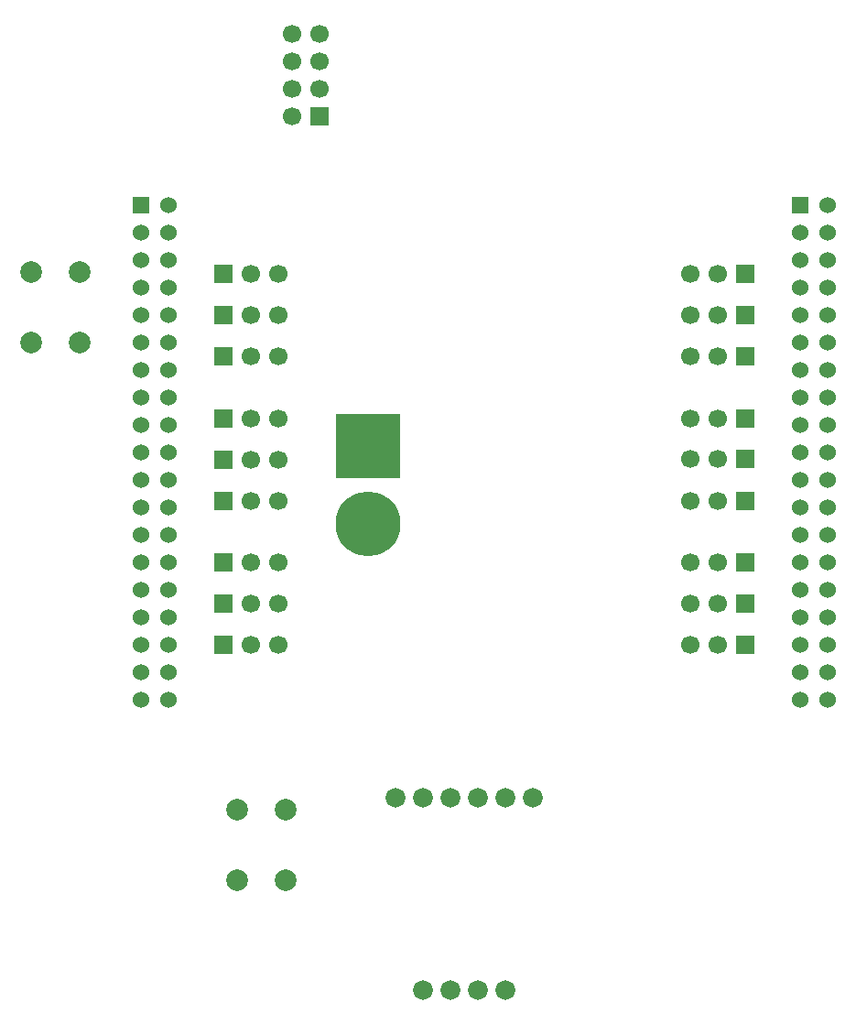
<source format=gbr>
%TF.GenerationSoftware,KiCad,Pcbnew,9.0.2*%
%TF.CreationDate,2025-07-18T09:27:23+08:00*%
%TF.ProjectId,Pathfinder,50617468-6669-46e6-9465-722e6b696361,rev?*%
%TF.SameCoordinates,Original*%
%TF.FileFunction,Copper,L3,Inr*%
%TF.FilePolarity,Positive*%
%FSLAX46Y46*%
G04 Gerber Fmt 4.6, Leading zero omitted, Abs format (unit mm)*
G04 Created by KiCad (PCBNEW 9.0.2) date 2025-07-18 09:27:23*
%MOMM*%
%LPD*%
G01*
G04 APERTURE LIST*
%TA.AperFunction,ComponentPad*%
%ADD10R,1.530000X1.530000*%
%TD*%
%TA.AperFunction,ComponentPad*%
%ADD11C,1.530000*%
%TD*%
%TA.AperFunction,ComponentPad*%
%ADD12C,2.000000*%
%TD*%
%TA.AperFunction,ComponentPad*%
%ADD13R,1.700000X1.700000*%
%TD*%
%TA.AperFunction,ComponentPad*%
%ADD14C,1.700000*%
%TD*%
%TA.AperFunction,ComponentPad*%
%ADD15C,6.000000*%
%TD*%
%TA.AperFunction,ComponentPad*%
%ADD16R,6.000000X6.000000*%
%TD*%
%TA.AperFunction,ComponentPad*%
%ADD17C,1.829000*%
%TD*%
G04 APERTURE END LIST*
D10*
%TO.N,/SCK*%
%TO.C,U1*%
X118745000Y-81915000D03*
D11*
%TO.N,/MISO*%
X121285000Y-81915000D03*
%TO.N,/MOSI*%
X118745000Y-84455000D03*
%TO.N,/CSN*%
X121285000Y-84455000D03*
%TO.N,unconnected-(U1A-VDD-PadCN7_5)*%
X118745000Y-86995000D03*
%TO.N,unconnected-(U1A-E5V-PadCN7_6)*%
X121285000Y-86995000D03*
%TO.N,unconnected-(U1A-BOOT0-PadCN7_7)*%
X118745000Y-89535000D03*
%TO.N,GND*%
X121285000Y-89535000D03*
%TO.N,N/C*%
X118745000Y-92075000D03*
X121285000Y-92075000D03*
X118745000Y-94615000D03*
%TO.N,unconnected-(U1A-CN7_IOREF-PadCN7_12)*%
X121285000Y-94615000D03*
%TO.N,/CE*%
X118745000Y-97155000D03*
%TO.N,Net-(U1A-CN7_RESET)*%
X121285000Y-97155000D03*
%TO.N,unconnected-(U1A-PA14-PadCN7_15)*%
X118745000Y-99695000D03*
%TO.N,+3.3V*%
X121285000Y-99695000D03*
%TO.N,unconnected-(U1A-PA15-PadCN7_17)*%
X118745000Y-102235000D03*
%TO.N,unconnected-(U1A-CN7_+5V-PadCN7_18)*%
X121285000Y-102235000D03*
%TO.N,GND*%
X118745000Y-104775000D03*
X121285000Y-104775000D03*
%TO.N,unconnected-(U1A-PB7-PadCN7_21)*%
X118745000Y-107315000D03*
%TO.N,GND*%
X121285000Y-107315000D03*
%TO.N,unconnected-(U1A-PC13-PadCN7_23)*%
X118745000Y-109855000D03*
%TO.N,+BATT*%
X121285000Y-109855000D03*
%TO.N,unconnected-(U1A-PC14-PadCN7_25)*%
X118745000Y-112395000D03*
%TO.N,N/C*%
X121285000Y-112395000D03*
%TO.N,unconnected-(U1A-PC15-PadCN7_27)*%
X118745000Y-114935000D03*
%TO.N,/PA_0*%
X121285000Y-114935000D03*
%TO.N,/PH_0*%
X118745000Y-117475000D03*
%TO.N,/PA_1*%
X121285000Y-117475000D03*
%TO.N,/PH_1*%
X118745000Y-120015000D03*
%TO.N,unconnected-(U1A-PA4-PadCN7_32)*%
X121285000Y-120015000D03*
%TO.N,unconnected-(U1A-VBAT-PadCN7_33)*%
X118745000Y-122555000D03*
%TO.N,/PB_0*%
X121285000Y-122555000D03*
%TO.N,unconnected-(U1A-PC2-PadCN7_35)*%
X118745000Y-125095000D03*
%TO.N,/SDA*%
X121285000Y-125095000D03*
%TO.N,unconnected-(U1A-PC3-PadCN7_37)*%
X118745000Y-127635000D03*
%TO.N,/SCL*%
X121285000Y-127635000D03*
D10*
%TO.N,/PC_9*%
X179705000Y-81915000D03*
D11*
%TO.N,unconnected-(U1B-PC8-PadCN10_2)*%
X182245000Y-81915000D03*
%TO.N,/PB_8*%
X179705000Y-84455000D03*
%TO.N,unconnected-(U1B-PC6-PadCN10_4)*%
X182245000Y-84455000D03*
%TO.N,/PB_9*%
X179705000Y-86995000D03*
%TO.N,unconnected-(U1B-PC5-PadCN10_6)*%
X182245000Y-86995000D03*
%TO.N,unconnected-(U1B-AVDD-PadCN10_7)*%
X179705000Y-89535000D03*
%TO.N,unconnected-(U1B-U5V-PadCN10_8)*%
X182245000Y-89535000D03*
%TO.N,GND*%
X179705000Y-92075000D03*
%TO.N,N/C*%
X182245000Y-92075000D03*
%TO.N,/PA_5*%
X179705000Y-94615000D03*
%TO.N,unconnected-(U1B-PA12-PadCN10_12)*%
X182245000Y-94615000D03*
%TO.N,/PA_6*%
X179705000Y-97155000D03*
%TO.N,unconnected-(U1B-PA11-PadCN10_14)*%
X182245000Y-97155000D03*
%TO.N,/PA_7*%
X179705000Y-99695000D03*
%TO.N,unconnected-(U1B-PB12-PadCN10_16)*%
X182245000Y-99695000D03*
%TO.N,/PB_6*%
X179705000Y-102235000D03*
%TO.N,N/C*%
X182245000Y-102235000D03*
%TO.N,/PC_7*%
X179705000Y-104775000D03*
%TO.N,GND*%
X182245000Y-104775000D03*
%TO.N,/PA_9*%
X179705000Y-107315000D03*
%TO.N,unconnected-(U1B-PB2-PadCN10_22)*%
X182245000Y-107315000D03*
%TO.N,/PA_8*%
X179705000Y-109855000D03*
%TO.N,unconnected-(U1B-PB1-PadCN10_24)*%
X182245000Y-109855000D03*
%TO.N,/PB_10*%
X179705000Y-112395000D03*
%TO.N,unconnected-(U1B-PB15-PadCN10_26)*%
X182245000Y-112395000D03*
%TO.N,/PB_4*%
X179705000Y-114935000D03*
%TO.N,unconnected-(U1B-PB14-PadCN10_28)*%
X182245000Y-114935000D03*
%TO.N,/PB_5*%
X179705000Y-117475000D03*
%TO.N,unconnected-(U1B-PB13-PadCN10_30)*%
X182245000Y-117475000D03*
%TO.N,/PB_3*%
X179705000Y-120015000D03*
%TO.N,unconnected-(U1B-AGND-PadCN10_32)*%
X182245000Y-120015000D03*
%TO.N,/PA_10*%
X179705000Y-122555000D03*
%TO.N,unconnected-(U1B-PC4-PadCN10_34)*%
X182245000Y-122555000D03*
%TO.N,unconnected-(U1B-PA2-PadCN10_35)*%
X179705000Y-125095000D03*
%TO.N,N/C*%
X182245000Y-125095000D03*
%TO.N,unconnected-(U1B-PA3-PadCN10_37)*%
X179705000Y-127635000D03*
%TO.N,N/C*%
X182245000Y-127635000D03*
%TD*%
D12*
%TO.N,N/C*%
%TO.C,SW2*%
X113085000Y-88115000D03*
%TO.N,Net-(U1A-CN7_RESET)*%
X113085000Y-94615000D03*
%TO.N,GND*%
X108585000Y-88115000D03*
X108585000Y-94615000D03*
%TD*%
D13*
%TO.N,/PC_9*%
%TO.C,Coxa2*%
X126365000Y-88265000D03*
D14*
%TO.N,+6VA*%
X128905000Y-88265000D03*
%TO.N,GND*%
X131445000Y-88265000D03*
%TD*%
D13*
%TO.N,/PA_6*%
%TO.C,Femur1*%
X126365000Y-105410000D03*
D14*
%TO.N,+6VA*%
X128905000Y-105410000D03*
%TO.N,GND*%
X131445000Y-105410000D03*
%TD*%
D13*
%TO.N,/PB_0*%
%TO.C,Tibia5*%
X126365000Y-122555000D03*
D14*
%TO.N,+6VC*%
X128905000Y-122555000D03*
%TO.N,GND*%
X131445000Y-122555000D03*
%TD*%
D13*
%TO.N,/PA_7*%
%TO.C,Tibia1*%
X126365000Y-109220000D03*
D14*
%TO.N,+6VA*%
X128905000Y-109220000D03*
%TO.N,GND*%
X131445000Y-109220000D03*
%TD*%
D13*
%TO.N,GND*%
%TO.C,U2*%
X135255000Y-73660000D03*
D14*
%TO.N,+3.3V*%
X132715000Y-73660000D03*
%TO.N,/CE*%
X135255000Y-71120000D03*
%TO.N,/CSN*%
X132715000Y-71120000D03*
%TO.N,/SCK*%
X135255000Y-68580000D03*
%TO.N,/MOSI*%
X132715000Y-68580000D03*
%TO.N,/MISO*%
X135255000Y-66040000D03*
%TO.N,unconnected-(U2-IRQ-Pad8)*%
X132715000Y-66040000D03*
%TD*%
D13*
%TO.N,/PC_7*%
%TO.C,Femur3*%
X174625000Y-92060000D03*
D14*
%TO.N,+6VB*%
X172085000Y-92060000D03*
%TO.N,GND*%
X169545000Y-92060000D03*
%TD*%
D13*
%TO.N,/PA_8*%
%TO.C,Coxa4*%
X174625000Y-101600000D03*
D14*
%TO.N,+6VB*%
X172085000Y-101600000D03*
%TO.N,GND*%
X169545000Y-101600000D03*
%TD*%
D12*
%TO.N,Net-(Bno055-RST)*%
%TO.C,SW1*%
X132135000Y-137795000D03*
%TO.N,N/C*%
X132135000Y-144295000D03*
%TO.N,GND*%
X127635000Y-137795000D03*
X127635000Y-144295000D03*
%TD*%
D13*
%TO.N,/PA_0*%
%TO.C,Coxa5*%
X126365000Y-114935000D03*
D14*
%TO.N,+6VC*%
X128905000Y-114935000D03*
%TO.N,GND*%
X131445000Y-114935000D03*
%TD*%
D13*
%TO.N,/PA_9*%
%TO.C,Tibia3*%
X174625000Y-95885000D03*
D14*
%TO.N,+6VB*%
X172085000Y-95885000D03*
%TO.N,GND*%
X169545000Y-95885000D03*
%TD*%
D13*
%TO.N,/PB_9*%
%TO.C,Tibia2*%
X126365000Y-95885000D03*
D14*
%TO.N,+6VA*%
X128905000Y-95885000D03*
%TO.N,GND*%
X131445000Y-95885000D03*
%TD*%
D15*
%TO.N,GND*%
%TO.C,J1*%
X139700000Y-111340000D03*
D16*
%TO.N,+BATT*%
X139700000Y-104140000D03*
%TD*%
D13*
%TO.N,/PB_6*%
%TO.C,Coxa3*%
X174625000Y-88265000D03*
D14*
%TO.N,+6VB*%
X172085000Y-88265000D03*
%TO.N,GND*%
X169545000Y-88265000D03*
%TD*%
D13*
%TO.N,/PB_3*%
%TO.C,Femur6*%
X174625000Y-118745000D03*
D14*
%TO.N,+6VC*%
X172085000Y-118745000D03*
%TO.N,GND*%
X169545000Y-118745000D03*
%TD*%
D13*
%TO.N,/PB_10*%
%TO.C,Femur4*%
X174625000Y-105395000D03*
D14*
%TO.N,+6VB*%
X172085000Y-105395000D03*
%TO.N,GND*%
X169545000Y-105395000D03*
%TD*%
D17*
%TO.N,N/C*%
%TO.C,Bno055*%
X152400000Y-136652000D03*
X144780000Y-154432000D03*
%TO.N,GND*%
X149860000Y-136652000D03*
%TO.N,N/C*%
X147320000Y-154432000D03*
X152400000Y-154432000D03*
X149860000Y-154432000D03*
%TO.N,Net-(Bno055-RST)*%
X142240000Y-136652000D03*
%TO.N,/SCL*%
X144780000Y-136652000D03*
%TO.N,/SDA*%
X147320000Y-136652000D03*
%TO.N,+3.3V*%
X154940000Y-136652000D03*
%TD*%
D13*
%TO.N,/PB_4*%
%TO.C,Tibia4*%
X174625000Y-109220000D03*
D14*
%TO.N,+6VB*%
X172085000Y-109220000D03*
%TO.N,GND*%
X169545000Y-109220000D03*
%TD*%
D13*
%TO.N,/PB_5*%
%TO.C,Coxa6*%
X174625000Y-114935000D03*
D14*
%TO.N,+6VC*%
X172085000Y-114935000D03*
%TO.N,GND*%
X169545000Y-114935000D03*
%TD*%
D13*
%TO.N,/PA_5*%
%TO.C,Coxa1*%
X126365000Y-101600000D03*
D14*
%TO.N,+6VA*%
X128905000Y-101600000D03*
%TO.N,GND*%
X131445000Y-101600000D03*
%TD*%
D13*
%TO.N,/PA_10*%
%TO.C,Tibia6*%
X174625000Y-122555000D03*
D14*
%TO.N,+6VC*%
X172085000Y-122555000D03*
%TO.N,GND*%
X169545000Y-122555000D03*
%TD*%
D13*
%TO.N,/PA_1*%
%TO.C,Femur5*%
X126365000Y-118745000D03*
D14*
%TO.N,+6VC*%
X128905000Y-118745000D03*
%TO.N,GND*%
X131445000Y-118745000D03*
%TD*%
D13*
%TO.N,/PB_8*%
%TO.C,Femur2*%
X126365000Y-92075000D03*
D14*
%TO.N,+6VA*%
X128905000Y-92075000D03*
%TO.N,GND*%
X131445000Y-92075000D03*
%TD*%
M02*

</source>
